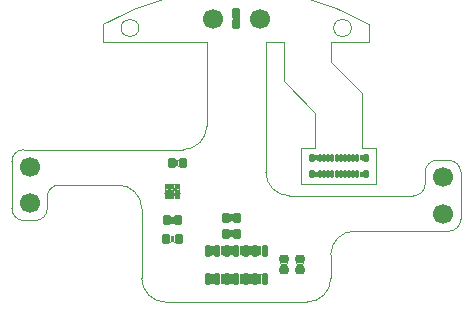
<source format=gbr>
%TF.GenerationSoftware,KiCad,Pcbnew,7.0.1*%
%TF.CreationDate,2024-01-08T13:03:24+00:00*%
%TF.ProjectId,watch_lower,77617463-685f-46c6-9f77-65722e6b6963,rev?*%
%TF.SameCoordinates,Original*%
%TF.FileFunction,Soldermask,Top*%
%TF.FilePolarity,Negative*%
%FSLAX46Y46*%
G04 Gerber Fmt 4.6, Leading zero omitted, Abs format (unit mm)*
G04 Created by KiCad (PCBNEW 7.0.1) date 2024-01-08 13:03:24*
%MOMM*%
%LPD*%
G01*
G04 APERTURE LIST*
G04 Aperture macros list*
%AMRoundRect*
0 Rectangle with rounded corners*
0 $1 Rounding radius*
0 $2 $3 $4 $5 $6 $7 $8 $9 X,Y pos of 4 corners*
0 Add a 4 corners polygon primitive as box body*
4,1,4,$2,$3,$4,$5,$6,$7,$8,$9,$2,$3,0*
0 Add four circle primitives for the rounded corners*
1,1,$1+$1,$2,$3*
1,1,$1+$1,$4,$5*
1,1,$1+$1,$6,$7*
1,1,$1+$1,$8,$9*
0 Add four rect primitives between the rounded corners*
20,1,$1+$1,$2,$3,$4,$5,0*
20,1,$1+$1,$4,$5,$6,$7,0*
20,1,$1+$1,$6,$7,$8,$9,0*
20,1,$1+$1,$8,$9,$2,$3,0*%
G04 Aperture macros list end*
%TA.AperFunction,Profile*%
%ADD10C,0.100000*%
%TD*%
%ADD11C,1.700000*%
%ADD12RoundRect,0.100000X-0.250000X-0.300000X0.250000X-0.300000X0.250000X0.300000X-0.250000X0.300000X0*%
%ADD13RoundRect,0.240000X0.140000X0.170000X-0.140000X0.170000X-0.140000X-0.170000X0.140000X-0.170000X0*%
%ADD14C,0.450000*%
%ADD15RoundRect,0.240000X-0.170000X0.140000X-0.170000X-0.140000X0.170000X-0.140000X0.170000X0.140000X0*%
%ADD16RoundRect,0.235000X0.135000X0.185000X-0.135000X0.185000X-0.135000X-0.185000X0.135000X-0.185000X0*%
%ADD17RoundRect,0.100000X-0.100000X-0.200000X0.100000X-0.200000X0.100000X0.200000X-0.100000X0.200000X0*%
%ADD18RoundRect,0.100000X-0.140000X-0.200000X0.140000X-0.200000X0.140000X0.200000X-0.140000X0.200000X0*%
%ADD19RoundRect,0.100000X0.175000X-0.375000X0.175000X0.375000X-0.175000X0.375000X-0.175000X-0.375000X0*%
G04 APERTURE END LIST*
D10*
%TO.C,U101*%
X86500006Y-66443756D02*
X86500006Y-70443756D01*
X87500006Y-71443756D02*
X88500006Y-71443756D01*
X89500000Y-69443750D02*
X89500000Y-70443750D01*
X90500000Y-65443750D02*
X87500006Y-65443756D01*
X90500000Y-68443750D02*
X95500000Y-68443750D01*
X94250000Y-54850000D02*
X94250000Y-56350000D01*
X94250000Y-56350000D02*
X103000000Y-56350000D01*
X97500000Y-70443750D02*
X97500000Y-76350000D01*
X99500000Y-78350000D02*
X111500000Y-78350000D01*
X101000000Y-65443750D02*
X90500000Y-65443750D01*
X103000000Y-56350000D02*
X103000000Y-59350000D01*
X103000000Y-59350000D02*
X103000000Y-63443750D01*
X108000000Y-59350000D02*
X108000000Y-56350000D01*
X108000000Y-67350000D02*
X108000000Y-59350000D01*
X109500000Y-56350000D02*
X108000000Y-56350000D01*
X109500000Y-56350000D02*
X109500000Y-58006854D01*
X109500000Y-58006854D02*
X109500000Y-59663709D01*
X109500000Y-59663709D02*
X112170000Y-62333709D01*
X110970000Y-65350000D02*
X110970000Y-68350000D01*
X110970000Y-68350000D02*
X117370000Y-68350000D01*
X112170000Y-62333709D02*
X112170000Y-64350000D01*
X112170000Y-64350000D02*
X112170000Y-65350000D01*
X112170000Y-65350000D02*
X110970000Y-65350000D01*
X113500000Y-56350000D02*
X116750000Y-56350000D01*
X113500000Y-58006854D02*
X113500000Y-56350000D01*
X113500000Y-76350000D02*
X113500000Y-74350000D01*
X115500000Y-72350000D02*
X120500000Y-72350000D01*
X116170000Y-60676854D02*
X113500000Y-58006854D01*
X116170000Y-62333709D02*
X116170000Y-60676854D01*
X116170000Y-64350000D02*
X116170000Y-62333709D01*
X116170000Y-65350000D02*
X116170000Y-64350000D01*
X116750000Y-56350000D02*
X116750000Y-54850000D01*
X117370000Y-65350000D02*
X116170000Y-65350000D01*
X117370000Y-68350000D02*
X117370000Y-65350000D01*
X120500000Y-69350000D02*
X110000000Y-69350000D01*
X120500000Y-72350000D02*
X123500000Y-72350000D01*
X121500000Y-68350000D02*
X121500000Y-67350000D01*
X123500000Y-66350000D02*
X122500000Y-66350000D01*
X124500000Y-67350000D02*
X124500000Y-71350000D01*
X87500006Y-65443756D02*
G75*
G03*
X86500006Y-66443756I-8J-999992D01*
G01*
X86500006Y-70443756D02*
G75*
G03*
X87500006Y-71443756I1000074J74D01*
G01*
X90500000Y-68443750D02*
G75*
G03*
X89500000Y-69443750I-8J-999992D01*
G01*
X88500006Y-71443756D02*
G75*
G03*
X89500006Y-70443756I-74J1000074D01*
G01*
X116750000Y-54850000D02*
G75*
G03*
X94250000Y-54850000I-11250000J-19593750D01*
G01*
X97500047Y-70443723D02*
G75*
G03*
X95500047Y-68443723I-1999992J8D01*
G01*
X97500000Y-76350000D02*
G75*
G03*
X99500000Y-78350000I2000033J33D01*
G01*
X101000027Y-65443797D02*
G75*
G03*
X103000027Y-63443797I-70J2000070D01*
G01*
X107999997Y-67349923D02*
G75*
G03*
X109999997Y-69349923I2000093J93D01*
G01*
X111500000Y-78350000D02*
G75*
G03*
X113500000Y-76350000I-90J2000090D01*
G01*
X115500077Y-72349997D02*
G75*
G03*
X113500077Y-74349997I-37J-1999963D01*
G01*
X122500000Y-66350000D02*
G75*
G03*
X121500000Y-67350000I0J-1000000D01*
G01*
X120500000Y-69350000D02*
G75*
G03*
X121500000Y-68350000I0J1000000D01*
G01*
X124500000Y-67350000D02*
G75*
G03*
X123500000Y-66350000I-1000000J0D01*
G01*
X123500000Y-72350000D02*
G75*
G03*
X124500000Y-71350000I-100J1000100D01*
G01*
X97250000Y-55150000D02*
G75*
G03*
X97250000Y-55150000I-750000J0D01*
G01*
X115250000Y-55150000D02*
G75*
G03*
X115250000Y-55150000I-750000J0D01*
G01*
%TD*%
D11*
%TO.C,TP4*%
X107500000Y-54350000D03*
%TD*%
%TO.C,TP5*%
X88000000Y-70000000D03*
%TD*%
D12*
%TO.C,D1*%
X105500000Y-53850000D03*
X105500000Y-54850000D03*
%TD*%
D11*
%TO.C,TP2*%
X123000000Y-67800000D03*
%TD*%
D13*
%TO.C,C5*%
X100580000Y-71400000D03*
X99620000Y-71400000D03*
%TD*%
D14*
%TO.C,U2*%
X100600000Y-69500000D03*
X100100000Y-69500000D03*
X99600000Y-69500000D03*
X100600000Y-69000000D03*
X100100000Y-69000000D03*
X99600000Y-69000000D03*
X100600000Y-68500000D03*
X100100000Y-68500000D03*
X99600000Y-68500000D03*
%TD*%
D15*
%TO.C,C2*%
X109550000Y-74720000D03*
X109550000Y-75680000D03*
%TD*%
D13*
%TO.C,C3*%
X105580000Y-71200000D03*
X104620000Y-71200000D03*
%TD*%
D16*
%TO.C,R1*%
X100610000Y-73000000D03*
X99590000Y-73000000D03*
%TD*%
D17*
%TO.C,J1*%
X112595000Y-66150000D03*
X112595000Y-67550000D03*
X112945000Y-66150000D03*
X112945000Y-67550000D03*
X113295000Y-66150000D03*
X113295000Y-67550000D03*
X113645000Y-66150000D03*
X113645000Y-67550000D03*
X113995000Y-66150000D03*
X113995000Y-67550000D03*
X114345000Y-66150000D03*
X114345000Y-67550000D03*
X114695000Y-66150000D03*
X114695000Y-67550000D03*
X115045000Y-66150000D03*
X115045000Y-67550000D03*
X115395000Y-66150000D03*
X115395000Y-67550000D03*
X115745000Y-66150000D03*
X115745000Y-67550000D03*
D18*
X111895000Y-66150000D03*
X111895000Y-67550000D03*
X116445000Y-67550000D03*
X116445000Y-66150000D03*
%TD*%
D11*
%TO.C,TP1*%
X123000000Y-70900000D03*
%TD*%
D13*
%TO.C,C6*%
X100980000Y-66600000D03*
X100020000Y-66600000D03*
%TD*%
D19*
%TO.C,U1*%
X103110000Y-76400000D03*
X103910000Y-76400000D03*
X104710000Y-76400000D03*
X105510000Y-76400000D03*
X106310000Y-76400000D03*
X107110000Y-76400000D03*
X107910000Y-76400000D03*
X107910000Y-74000000D03*
X107110000Y-74000000D03*
X106310000Y-74000000D03*
X105510000Y-74000000D03*
X104710000Y-74000000D03*
X103910000Y-74000000D03*
X103110000Y-74000000D03*
%TD*%
D11*
%TO.C,TP3*%
X103500000Y-54350000D03*
%TD*%
D15*
%TO.C,C1*%
X110900000Y-74720000D03*
X110900000Y-75680000D03*
%TD*%
D13*
%TO.C,C4*%
X105580000Y-72550000D03*
X104620000Y-72550000D03*
%TD*%
D11*
%TO.C,TP6*%
X88000000Y-66900000D03*
%TD*%
G36*
X107652543Y-75973869D02*
G01*
X107652358Y-75975745D01*
X107644496Y-75987511D01*
X107637000Y-76025199D01*
X107637000Y-76774801D01*
X107644496Y-76812488D01*
X107652357Y-76824253D01*
X107652542Y-76826129D01*
X107651084Y-76827326D01*
X107649280Y-76826778D01*
X107612725Y-76790223D01*
X107407275Y-76790223D01*
X107370721Y-76826776D01*
X107368917Y-76827324D01*
X107367459Y-76826127D01*
X107367644Y-76824251D01*
X107375503Y-76812488D01*
X107383000Y-76774801D01*
X107383000Y-76025199D01*
X107375503Y-75987511D01*
X107367642Y-75975746D01*
X107367457Y-75973870D01*
X107368915Y-75972673D01*
X107370719Y-75973221D01*
X107407275Y-76009777D01*
X107612725Y-76009777D01*
X107649281Y-75973220D01*
X107651085Y-75972672D01*
X107652543Y-75973869D01*
G37*
G36*
X106852543Y-75973869D02*
G01*
X106852358Y-75975745D01*
X106844496Y-75987511D01*
X106837000Y-76025199D01*
X106837000Y-76774801D01*
X106844496Y-76812488D01*
X106852357Y-76824253D01*
X106852542Y-76826129D01*
X106851084Y-76827326D01*
X106849280Y-76826778D01*
X106812725Y-76790223D01*
X106607275Y-76790223D01*
X106570721Y-76826776D01*
X106568917Y-76827324D01*
X106567459Y-76826127D01*
X106567644Y-76824251D01*
X106575503Y-76812488D01*
X106583000Y-76774801D01*
X106583000Y-76025199D01*
X106575503Y-75987511D01*
X106567642Y-75975746D01*
X106567457Y-75973870D01*
X106568915Y-75972673D01*
X106570719Y-75973221D01*
X106607275Y-76009777D01*
X106812725Y-76009777D01*
X106849281Y-75973220D01*
X106851085Y-75972672D01*
X106852543Y-75973869D01*
G37*
G36*
X106052543Y-75973869D02*
G01*
X106052358Y-75975745D01*
X106044496Y-75987511D01*
X106037000Y-76025199D01*
X106037000Y-76774801D01*
X106044496Y-76812488D01*
X106052357Y-76824253D01*
X106052542Y-76826129D01*
X106051084Y-76827326D01*
X106049280Y-76826778D01*
X106012725Y-76790223D01*
X105807275Y-76790223D01*
X105770721Y-76826776D01*
X105768917Y-76827324D01*
X105767459Y-76826127D01*
X105767644Y-76824251D01*
X105775503Y-76812488D01*
X105783000Y-76774801D01*
X105783000Y-76025199D01*
X105775503Y-75987511D01*
X105767642Y-75975746D01*
X105767457Y-75973870D01*
X105768915Y-75972673D01*
X105770719Y-75973221D01*
X105807275Y-76009777D01*
X106012725Y-76009777D01*
X106049281Y-75973220D01*
X106051085Y-75972672D01*
X106052543Y-75973869D01*
G37*
G36*
X105252543Y-75973869D02*
G01*
X105252358Y-75975745D01*
X105244496Y-75987511D01*
X105237000Y-76025199D01*
X105237000Y-76774801D01*
X105244496Y-76812488D01*
X105252357Y-76824253D01*
X105252542Y-76826129D01*
X105251084Y-76827326D01*
X105249280Y-76826778D01*
X105212725Y-76790223D01*
X105007275Y-76790223D01*
X104970721Y-76826776D01*
X104968917Y-76827324D01*
X104967459Y-76826127D01*
X104967644Y-76824251D01*
X104975503Y-76812488D01*
X104983000Y-76774801D01*
X104983000Y-76025199D01*
X104975503Y-75987511D01*
X104967642Y-75975746D01*
X104967457Y-75973870D01*
X104968915Y-75972673D01*
X104970719Y-75973221D01*
X105007275Y-76009777D01*
X105212725Y-76009777D01*
X105249281Y-75973220D01*
X105251085Y-75972672D01*
X105252543Y-75973869D01*
G37*
G36*
X104452543Y-75973869D02*
G01*
X104452358Y-75975745D01*
X104444496Y-75987511D01*
X104437000Y-76025199D01*
X104437000Y-76774801D01*
X104444496Y-76812488D01*
X104452357Y-76824253D01*
X104452542Y-76826129D01*
X104451084Y-76827326D01*
X104449280Y-76826778D01*
X104412725Y-76790223D01*
X104207275Y-76790223D01*
X104170721Y-76826776D01*
X104168917Y-76827324D01*
X104167459Y-76826127D01*
X104167644Y-76824251D01*
X104175503Y-76812488D01*
X104183000Y-76774801D01*
X104183000Y-76025199D01*
X104175503Y-75987511D01*
X104167642Y-75975746D01*
X104167457Y-75973870D01*
X104168915Y-75972673D01*
X104170719Y-75973221D01*
X104207275Y-76009777D01*
X104412725Y-76009777D01*
X104449281Y-75973220D01*
X104451085Y-75972672D01*
X104452543Y-75973869D01*
G37*
G36*
X103652543Y-75973869D02*
G01*
X103652358Y-75975745D01*
X103644496Y-75987511D01*
X103637000Y-76025199D01*
X103637000Y-76774801D01*
X103644496Y-76812488D01*
X103652357Y-76824253D01*
X103652542Y-76826129D01*
X103651084Y-76827326D01*
X103649280Y-76826778D01*
X103612725Y-76790223D01*
X103407275Y-76790223D01*
X103370721Y-76826776D01*
X103368917Y-76827324D01*
X103367459Y-76826127D01*
X103367644Y-76824251D01*
X103375503Y-76812488D01*
X103383000Y-76774801D01*
X103383000Y-76025199D01*
X103375503Y-75987511D01*
X103367642Y-75975746D01*
X103367457Y-75973870D01*
X103368915Y-75972673D01*
X103370719Y-75973221D01*
X103407275Y-76009777D01*
X103612725Y-76009777D01*
X103649281Y-75973220D01*
X103651085Y-75972672D01*
X103652543Y-75973869D01*
G37*
G36*
X110567764Y-75032291D02*
G01*
X110638935Y-75079846D01*
X110730199Y-75098000D01*
X111069801Y-75098000D01*
X111161064Y-75079846D01*
X111232233Y-75032293D01*
X111234021Y-75032074D01*
X111235260Y-75033381D01*
X111234945Y-75035155D01*
X111173335Y-75117458D01*
X111173335Y-75282542D01*
X111234946Y-75364844D01*
X111235261Y-75366618D01*
X111234022Y-75367925D01*
X111232234Y-75367706D01*
X111161064Y-75320153D01*
X111069801Y-75302000D01*
X110730199Y-75302000D01*
X110638935Y-75320153D01*
X110567763Y-75367708D01*
X110565975Y-75367927D01*
X110564736Y-75366620D01*
X110565051Y-75364846D01*
X110626664Y-75282541D01*
X110626664Y-75117459D01*
X110565052Y-75035153D01*
X110564737Y-75033379D01*
X110565976Y-75032072D01*
X110567764Y-75032291D01*
G37*
G36*
X109217764Y-75032291D02*
G01*
X109288935Y-75079846D01*
X109380199Y-75098000D01*
X109719801Y-75098000D01*
X109811064Y-75079846D01*
X109882233Y-75032293D01*
X109884021Y-75032074D01*
X109885260Y-75033381D01*
X109884945Y-75035155D01*
X109823335Y-75117458D01*
X109823335Y-75282542D01*
X109884946Y-75364844D01*
X109885261Y-75366618D01*
X109884022Y-75367925D01*
X109882234Y-75367706D01*
X109811064Y-75320153D01*
X109719801Y-75302000D01*
X109380199Y-75302000D01*
X109288935Y-75320153D01*
X109217763Y-75367708D01*
X109215975Y-75367927D01*
X109214736Y-75366620D01*
X109215051Y-75364846D01*
X109276664Y-75282541D01*
X109276664Y-75117459D01*
X109215052Y-75035153D01*
X109214737Y-75033379D01*
X109215976Y-75032072D01*
X109217764Y-75032291D01*
G37*
G36*
X107652543Y-73573869D02*
G01*
X107652358Y-73575745D01*
X107644496Y-73587511D01*
X107637000Y-73625199D01*
X107637000Y-74374801D01*
X107644496Y-74412488D01*
X107652357Y-74424253D01*
X107652542Y-74426129D01*
X107651084Y-74427326D01*
X107649280Y-74426778D01*
X107612725Y-74390223D01*
X107407275Y-74390223D01*
X107370721Y-74426776D01*
X107368917Y-74427324D01*
X107367459Y-74426127D01*
X107367644Y-74424251D01*
X107375503Y-74412488D01*
X107383000Y-74374801D01*
X107383000Y-73625199D01*
X107375503Y-73587511D01*
X107367642Y-73575746D01*
X107367457Y-73573870D01*
X107368915Y-73572673D01*
X107370719Y-73573221D01*
X107407275Y-73609777D01*
X107612725Y-73609777D01*
X107649281Y-73573220D01*
X107651085Y-73572672D01*
X107652543Y-73573869D01*
G37*
G36*
X106852543Y-73573869D02*
G01*
X106852358Y-73575745D01*
X106844496Y-73587511D01*
X106837000Y-73625199D01*
X106837000Y-74374801D01*
X106844496Y-74412488D01*
X106852357Y-74424253D01*
X106852542Y-74426129D01*
X106851084Y-74427326D01*
X106849280Y-74426778D01*
X106812725Y-74390223D01*
X106607275Y-74390223D01*
X106570721Y-74426776D01*
X106568917Y-74427324D01*
X106567459Y-74426127D01*
X106567644Y-74424251D01*
X106575503Y-74412488D01*
X106583000Y-74374801D01*
X106583000Y-73625199D01*
X106575503Y-73587511D01*
X106567642Y-73575746D01*
X106567457Y-73573870D01*
X106568915Y-73572673D01*
X106570719Y-73573221D01*
X106607275Y-73609777D01*
X106812725Y-73609777D01*
X106849281Y-73573220D01*
X106851085Y-73572672D01*
X106852543Y-73573869D01*
G37*
G36*
X106052543Y-73573869D02*
G01*
X106052358Y-73575745D01*
X106044496Y-73587511D01*
X106037000Y-73625199D01*
X106037000Y-74374801D01*
X106044496Y-74412488D01*
X106052357Y-74424253D01*
X106052542Y-74426129D01*
X106051084Y-74427326D01*
X106049280Y-74426778D01*
X106012725Y-74390223D01*
X105807275Y-74390223D01*
X105770721Y-74426776D01*
X105768917Y-74427324D01*
X105767459Y-74426127D01*
X105767644Y-74424251D01*
X105775503Y-74412488D01*
X105783000Y-74374801D01*
X105783000Y-73625199D01*
X105775503Y-73587511D01*
X105767642Y-73575746D01*
X105767457Y-73573870D01*
X105768915Y-73572673D01*
X105770719Y-73573221D01*
X105807275Y-73609777D01*
X106012725Y-73609777D01*
X106049281Y-73573220D01*
X106051085Y-73572672D01*
X106052543Y-73573869D01*
G37*
G36*
X105252543Y-73573869D02*
G01*
X105252358Y-73575745D01*
X105244496Y-73587511D01*
X105237000Y-73625199D01*
X105237000Y-74374801D01*
X105244496Y-74412488D01*
X105252357Y-74424253D01*
X105252542Y-74426129D01*
X105251084Y-74427326D01*
X105249280Y-74426778D01*
X105212725Y-74390223D01*
X105007275Y-74390223D01*
X104970721Y-74426776D01*
X104968917Y-74427324D01*
X104967459Y-74426127D01*
X104967644Y-74424251D01*
X104975503Y-74412488D01*
X104983000Y-74374801D01*
X104983000Y-73625199D01*
X104975503Y-73587511D01*
X104967642Y-73575746D01*
X104967457Y-73573870D01*
X104968915Y-73572673D01*
X104970719Y-73573221D01*
X105007275Y-73609777D01*
X105212725Y-73609777D01*
X105249281Y-73573220D01*
X105251085Y-73572672D01*
X105252543Y-73573869D01*
G37*
G36*
X104452543Y-73573869D02*
G01*
X104452358Y-73575745D01*
X104444496Y-73587511D01*
X104437000Y-73625199D01*
X104437000Y-74374801D01*
X104444496Y-74412488D01*
X104452357Y-74424253D01*
X104452542Y-74426129D01*
X104451084Y-74427326D01*
X104449280Y-74426778D01*
X104412725Y-74390223D01*
X104207275Y-74390223D01*
X104170721Y-74426776D01*
X104168917Y-74427324D01*
X104167459Y-74426127D01*
X104167644Y-74424251D01*
X104175503Y-74412488D01*
X104183000Y-74374801D01*
X104183000Y-73625199D01*
X104175503Y-73587511D01*
X104167642Y-73575746D01*
X104167457Y-73573870D01*
X104168915Y-73572673D01*
X104170719Y-73573221D01*
X104207275Y-73609777D01*
X104412725Y-73609777D01*
X104449281Y-73573220D01*
X104451085Y-73572672D01*
X104452543Y-73573869D01*
G37*
G36*
X103652543Y-73573869D02*
G01*
X103652358Y-73575745D01*
X103644496Y-73587511D01*
X103637000Y-73625199D01*
X103637000Y-74374801D01*
X103644496Y-74412488D01*
X103652357Y-74424253D01*
X103652542Y-74426129D01*
X103651084Y-74427326D01*
X103649280Y-74426778D01*
X103612725Y-74390223D01*
X103407275Y-74390223D01*
X103370721Y-74426776D01*
X103368917Y-74427324D01*
X103367459Y-74426127D01*
X103367644Y-74424251D01*
X103375503Y-74412488D01*
X103383000Y-74374801D01*
X103383000Y-73625199D01*
X103375503Y-73587511D01*
X103367642Y-73575746D01*
X103367457Y-73573870D01*
X103368915Y-73572673D01*
X103370719Y-73573221D01*
X103407275Y-73609777D01*
X103612725Y-73609777D01*
X103649281Y-73573220D01*
X103651085Y-73572672D01*
X103652543Y-73573869D01*
G37*
G36*
X100284234Y-72687495D02*
G01*
X100284088Y-72689458D01*
X100259772Y-72725848D01*
X100242000Y-72815199D01*
X100242000Y-73184801D01*
X100259772Y-73274151D01*
X100284073Y-73310520D01*
X100284219Y-73312483D01*
X100282612Y-73313621D01*
X100280809Y-73312830D01*
X100224141Y-73237127D01*
X99975859Y-73237127D01*
X99919195Y-73312821D01*
X99917392Y-73313612D01*
X99915785Y-73312474D01*
X99915931Y-73310511D01*
X99940227Y-73274151D01*
X99958000Y-73184801D01*
X99958000Y-72815199D01*
X99940227Y-72725848D01*
X99915917Y-72689466D01*
X99915771Y-72687503D01*
X99917378Y-72686365D01*
X99919181Y-72687156D01*
X99975861Y-72762872D01*
X100224139Y-72762872D01*
X100280824Y-72687148D01*
X100282627Y-72686357D01*
X100284234Y-72687495D01*
G37*
G36*
X105267927Y-72215975D02*
G01*
X105267708Y-72217763D01*
X105220153Y-72288935D01*
X105202000Y-72380199D01*
X105202000Y-72719801D01*
X105220153Y-72811064D01*
X105267706Y-72882234D01*
X105267925Y-72884022D01*
X105266618Y-72885261D01*
X105264844Y-72884946D01*
X105182542Y-72823335D01*
X105017458Y-72823335D01*
X104935155Y-72884945D01*
X104933381Y-72885260D01*
X104932074Y-72884021D01*
X104932293Y-72882233D01*
X104979846Y-72811064D01*
X104998000Y-72719801D01*
X104998000Y-72380199D01*
X104979846Y-72288935D01*
X104932291Y-72217764D01*
X104932072Y-72215976D01*
X104933379Y-72214737D01*
X104935153Y-72215052D01*
X105017459Y-72276664D01*
X105182541Y-72276664D01*
X105264846Y-72215051D01*
X105266620Y-72214736D01*
X105267927Y-72215975D01*
G37*
G36*
X100267928Y-71065973D02*
G01*
X100267709Y-71067761D01*
X100220153Y-71138935D01*
X100202000Y-71230199D01*
X100202000Y-71569801D01*
X100220153Y-71661064D01*
X100267707Y-71732235D01*
X100267926Y-71734023D01*
X100266619Y-71735262D01*
X100264845Y-71734947D01*
X100182540Y-71673335D01*
X100017456Y-71673335D01*
X99935156Y-71734943D01*
X99933382Y-71735258D01*
X99932075Y-71734019D01*
X99932294Y-71732231D01*
X99979846Y-71661064D01*
X99998000Y-71569801D01*
X99998000Y-71230199D01*
X99979846Y-71138935D01*
X99932293Y-71067765D01*
X99932074Y-71065977D01*
X99933381Y-71064738D01*
X99935155Y-71065053D01*
X100017457Y-71126664D01*
X100182539Y-71126664D01*
X100264847Y-71065049D01*
X100266621Y-71064734D01*
X100267928Y-71065973D01*
G37*
G36*
X105267927Y-70865975D02*
G01*
X105267708Y-70867763D01*
X105220153Y-70938935D01*
X105202000Y-71030199D01*
X105202000Y-71369801D01*
X105220153Y-71461064D01*
X105267706Y-71532234D01*
X105267925Y-71534022D01*
X105266618Y-71535261D01*
X105264844Y-71534946D01*
X105182542Y-71473335D01*
X105017458Y-71473335D01*
X104935155Y-71534945D01*
X104933381Y-71535260D01*
X104932074Y-71534021D01*
X104932293Y-71532233D01*
X104979846Y-71461064D01*
X104998000Y-71369801D01*
X104998000Y-71030199D01*
X104979846Y-70938935D01*
X104932291Y-70867764D01*
X104932072Y-70865976D01*
X104933379Y-70864737D01*
X104935153Y-70865052D01*
X105017459Y-70926664D01*
X105182541Y-70926664D01*
X105264846Y-70865051D01*
X105266620Y-70864736D01*
X105267927Y-70865975D01*
G37*
G36*
X100457218Y-68331212D02*
G01*
X100456333Y-68332994D01*
X100442342Y-68342342D01*
X100394011Y-68414675D01*
X100377039Y-68500000D01*
X100394011Y-68585324D01*
X100442342Y-68657657D01*
X100514675Y-68705988D01*
X100600000Y-68722960D01*
X100685324Y-68705988D01*
X100757657Y-68657657D01*
X100789911Y-68609385D01*
X100791598Y-68608496D01*
X100793263Y-68609425D01*
X100793393Y-68611327D01*
X100754703Y-68696049D01*
X100754703Y-68803947D01*
X100793397Y-68888678D01*
X100793267Y-68890580D01*
X100791602Y-68891509D01*
X100789915Y-68890620D01*
X100757657Y-68842342D01*
X100685324Y-68794011D01*
X100600000Y-68777039D01*
X100514675Y-68794011D01*
X100442342Y-68842342D01*
X100394011Y-68914675D01*
X100377039Y-69000000D01*
X100394011Y-69085324D01*
X100442342Y-69157657D01*
X100514675Y-69205988D01*
X100600000Y-69222960D01*
X100685324Y-69205988D01*
X100757657Y-69157657D01*
X100789914Y-69109380D01*
X100791601Y-69108491D01*
X100793266Y-69109420D01*
X100793396Y-69111322D01*
X100754703Y-69196051D01*
X100754703Y-69303949D01*
X100793397Y-69388678D01*
X100793267Y-69390580D01*
X100791602Y-69391509D01*
X100789915Y-69390620D01*
X100757657Y-69342342D01*
X100685324Y-69294011D01*
X100600000Y-69277039D01*
X100514675Y-69294011D01*
X100442342Y-69342342D01*
X100394011Y-69414675D01*
X100377039Y-69500000D01*
X100394011Y-69585324D01*
X100442342Y-69657657D01*
X100456259Y-69666955D01*
X100457144Y-69668737D01*
X100456054Y-69670401D01*
X100454067Y-69670301D01*
X100422820Y-69650220D01*
X100277180Y-69650220D01*
X100245942Y-69670295D01*
X100243955Y-69670395D01*
X100242865Y-69668731D01*
X100243750Y-69666949D01*
X100257657Y-69657657D01*
X100305988Y-69585324D01*
X100322960Y-69500000D01*
X100305988Y-69414675D01*
X100257657Y-69342342D01*
X100185324Y-69294011D01*
X100100000Y-69277039D01*
X100014675Y-69294011D01*
X99942342Y-69342342D01*
X99894011Y-69414675D01*
X99877039Y-69500000D01*
X99894011Y-69585324D01*
X99942342Y-69657657D01*
X99956259Y-69666955D01*
X99957144Y-69668737D01*
X99956054Y-69670401D01*
X99954067Y-69670301D01*
X99922820Y-69650220D01*
X99777180Y-69650220D01*
X99745942Y-69670295D01*
X99743955Y-69670395D01*
X99742865Y-69668731D01*
X99743750Y-69666949D01*
X99757657Y-69657657D01*
X99805988Y-69585324D01*
X99822960Y-69500000D01*
X99805988Y-69414675D01*
X99757657Y-69342342D01*
X99685324Y-69294011D01*
X99600000Y-69277039D01*
X99514675Y-69294011D01*
X99442342Y-69342342D01*
X99410080Y-69390627D01*
X99408393Y-69391516D01*
X99406728Y-69390587D01*
X99406598Y-69388685D01*
X99445296Y-69303948D01*
X99445296Y-69196052D01*
X99406598Y-69111315D01*
X99406728Y-69109413D01*
X99408393Y-69108484D01*
X99410080Y-69109373D01*
X99442342Y-69157657D01*
X99514675Y-69205988D01*
X99600000Y-69222960D01*
X99685324Y-69205988D01*
X99757657Y-69157657D01*
X99805988Y-69085324D01*
X99822960Y-69000000D01*
X99877039Y-69000000D01*
X99894011Y-69085324D01*
X99942342Y-69157657D01*
X100014675Y-69205988D01*
X100100000Y-69222960D01*
X100185324Y-69205988D01*
X100257657Y-69157657D01*
X100305988Y-69085324D01*
X100322960Y-69000000D01*
X100305988Y-68914675D01*
X100257657Y-68842342D01*
X100185324Y-68794011D01*
X100100000Y-68777039D01*
X100014675Y-68794011D01*
X99942342Y-68842342D01*
X99894011Y-68914675D01*
X99877039Y-69000000D01*
X99822960Y-69000000D01*
X99805988Y-68914675D01*
X99757657Y-68842342D01*
X99685324Y-68794011D01*
X99600000Y-68777039D01*
X99514675Y-68794011D01*
X99442342Y-68842342D01*
X99410078Y-68890628D01*
X99408391Y-68891517D01*
X99406726Y-68890588D01*
X99406596Y-68888686D01*
X99445296Y-68803946D01*
X99445296Y-68696050D01*
X99406601Y-68611320D01*
X99406731Y-68609418D01*
X99408396Y-68608489D01*
X99410083Y-68609378D01*
X99442342Y-68657657D01*
X99514675Y-68705988D01*
X99600000Y-68722960D01*
X99685324Y-68705988D01*
X99757657Y-68657657D01*
X99805988Y-68585324D01*
X99822960Y-68500000D01*
X99805988Y-68414675D01*
X99757657Y-68342342D01*
X99743675Y-68333000D01*
X99742790Y-68331218D01*
X99743880Y-68329554D01*
X99745867Y-68329654D01*
X99777182Y-68349779D01*
X99922820Y-68349779D01*
X99954141Y-68329649D01*
X99956128Y-68329548D01*
X99957218Y-68331212D01*
X99956333Y-68332994D01*
X99942342Y-68342342D01*
X99894011Y-68414675D01*
X99877039Y-68500000D01*
X99894011Y-68585324D01*
X99942342Y-68657657D01*
X100014675Y-68705988D01*
X100100000Y-68722960D01*
X100185324Y-68705988D01*
X100257657Y-68657657D01*
X100305988Y-68585324D01*
X100322960Y-68500000D01*
X100305988Y-68414675D01*
X100257657Y-68342342D01*
X100243675Y-68333000D01*
X100242790Y-68331218D01*
X100243880Y-68329554D01*
X100245867Y-68329654D01*
X100277182Y-68349779D01*
X100422820Y-68349779D01*
X100454141Y-68329649D01*
X100456128Y-68329548D01*
X100457218Y-68331212D01*
G37*
G36*
X116222543Y-67298869D02*
G01*
X116222358Y-67300745D01*
X116214496Y-67312511D01*
X116207000Y-67350199D01*
X116207000Y-67749801D01*
X116214496Y-67787488D01*
X116222357Y-67799253D01*
X116222542Y-67801129D01*
X116221084Y-67802326D01*
X116219280Y-67801778D01*
X116177725Y-67760223D01*
X115972275Y-67760223D01*
X115930721Y-67801776D01*
X115928917Y-67802324D01*
X115927459Y-67801127D01*
X115927644Y-67799251D01*
X115935503Y-67787488D01*
X115943000Y-67749801D01*
X115943000Y-67350199D01*
X115935503Y-67312511D01*
X115927642Y-67300746D01*
X115927457Y-67298870D01*
X115928915Y-67297673D01*
X115930719Y-67298221D01*
X115972275Y-67339777D01*
X116177725Y-67339777D01*
X116219281Y-67298220D01*
X116221085Y-67297672D01*
X116222543Y-67298869D01*
G37*
G36*
X112412543Y-67298869D02*
G01*
X112412358Y-67300745D01*
X112404496Y-67312511D01*
X112397000Y-67350199D01*
X112397000Y-67749801D01*
X112404496Y-67787488D01*
X112412357Y-67799253D01*
X112412542Y-67801129D01*
X112411084Y-67802326D01*
X112409280Y-67801778D01*
X112367725Y-67760223D01*
X112162275Y-67760223D01*
X112120721Y-67801776D01*
X112118917Y-67802324D01*
X112117459Y-67801127D01*
X112117644Y-67799251D01*
X112125503Y-67787488D01*
X112133000Y-67749801D01*
X112133000Y-67350199D01*
X112125503Y-67312511D01*
X112117642Y-67300746D01*
X112117457Y-67298870D01*
X112118915Y-67297673D01*
X112120719Y-67298221D01*
X112162275Y-67339777D01*
X112367725Y-67339777D01*
X112409281Y-67298220D01*
X112411085Y-67297672D01*
X112412543Y-67298869D01*
G37*
G36*
X100667928Y-66265973D02*
G01*
X100667709Y-66267761D01*
X100620153Y-66338935D01*
X100602000Y-66430199D01*
X100602000Y-66769801D01*
X100620153Y-66861064D01*
X100667706Y-66932234D01*
X100667925Y-66934022D01*
X100666618Y-66935261D01*
X100664844Y-66934946D01*
X100582542Y-66873335D01*
X100417458Y-66873335D01*
X100335155Y-66934945D01*
X100333381Y-66935260D01*
X100332074Y-66934021D01*
X100332293Y-66932233D01*
X100379846Y-66861064D01*
X100398000Y-66769801D01*
X100398000Y-66430199D01*
X100379846Y-66338935D01*
X100332293Y-66267765D01*
X100332074Y-66265977D01*
X100333381Y-66264738D01*
X100335155Y-66265053D01*
X100417457Y-66326664D01*
X100582539Y-66326664D01*
X100664847Y-66265049D01*
X100666621Y-66264734D01*
X100667928Y-66265973D01*
G37*
G36*
X116222543Y-65898869D02*
G01*
X116222358Y-65900745D01*
X116214496Y-65912511D01*
X116207000Y-65950199D01*
X116207000Y-66349801D01*
X116214496Y-66387488D01*
X116222357Y-66399253D01*
X116222542Y-66401129D01*
X116221084Y-66402326D01*
X116219280Y-66401778D01*
X116177725Y-66360223D01*
X115972275Y-66360223D01*
X115930721Y-66401776D01*
X115928917Y-66402324D01*
X115927459Y-66401127D01*
X115927644Y-66399251D01*
X115935503Y-66387488D01*
X115943000Y-66349801D01*
X115943000Y-65950199D01*
X115935503Y-65912511D01*
X115927642Y-65900746D01*
X115927457Y-65898870D01*
X115928915Y-65897673D01*
X115930719Y-65898221D01*
X115972275Y-65939777D01*
X116177725Y-65939777D01*
X116219281Y-65898220D01*
X116221085Y-65897672D01*
X116222543Y-65898869D01*
G37*
G36*
X112412543Y-65898869D02*
G01*
X112412358Y-65900745D01*
X112404496Y-65912511D01*
X112397000Y-65950199D01*
X112397000Y-66349801D01*
X112404496Y-66387488D01*
X112412357Y-66399253D01*
X112412542Y-66401129D01*
X112411084Y-66402326D01*
X112409280Y-66401778D01*
X112367725Y-66360223D01*
X112162275Y-66360223D01*
X112120721Y-66401776D01*
X112118917Y-66402324D01*
X112117459Y-66401127D01*
X112117644Y-66399251D01*
X112125503Y-66387488D01*
X112133000Y-66349801D01*
X112133000Y-65950199D01*
X112125503Y-65912511D01*
X112117642Y-65900746D01*
X112117457Y-65898870D01*
X112118915Y-65897673D01*
X112120719Y-65898221D01*
X112162275Y-65939777D01*
X112367725Y-65939777D01*
X112409281Y-65898220D01*
X112411085Y-65897672D01*
X112412543Y-65898869D01*
G37*
G36*
X105178277Y-54215597D02*
G01*
X105180730Y-54219269D01*
X105212511Y-54240503D01*
X105250199Y-54248000D01*
X105749801Y-54248000D01*
X105787488Y-54240503D01*
X105819269Y-54219269D01*
X105821717Y-54215605D01*
X105823421Y-54214716D01*
X105825087Y-54215674D01*
X105825177Y-54217594D01*
X105788497Y-54292624D01*
X105788497Y-54407376D01*
X105825179Y-54482409D01*
X105825089Y-54484328D01*
X105823423Y-54485287D01*
X105821719Y-54484398D01*
X105819269Y-54480730D01*
X105787488Y-54459496D01*
X105749801Y-54452000D01*
X105250199Y-54452000D01*
X105212511Y-54459496D01*
X105180730Y-54480730D01*
X105178277Y-54484403D01*
X105176573Y-54485292D01*
X105174907Y-54484333D01*
X105174817Y-54482414D01*
X105211502Y-54407375D01*
X105211502Y-54292625D01*
X105174817Y-54217586D01*
X105174907Y-54215667D01*
X105176573Y-54214708D01*
X105178277Y-54215597D01*
G37*
M02*

</source>
